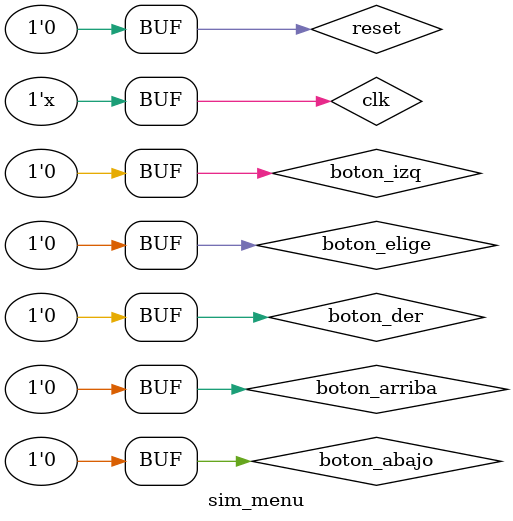
<source format=v>
`timescale 1ns / 1ps


module sim_menu;

	// Inputs
	reg clk;
	reg reset;
	reg boton_arriba;
	reg boton_abajo;
	reg boton_izq;
	reg boton_der;
	reg boton_elige;

	// Outputs
	wire text_red;
	wire text_green;
	wire text_blue;
	wire [9:0] char_scale;
	wire es_mayuscula;
	wire nuevo;
	wire guardar;
	wire cerrar;
	wire [2:0] where_fila;
	wire [2:0] where_columna;

	// Instantiate the Unit Under Test (UUT)
	Controlador_Menu_Editor uut (
		.clk(clk), 
		.reset(reset), 
		.boton_arriba(boton_arriba), 
		.boton_abajo(boton_abajo), 
		.boton_izq(boton_izq), 
		.boton_der(boton_der), 
		.boton_elige(boton_elige), 
		.text_red(text_red), 
		.text_green(text_green), 
		.text_blue(text_blue), 
		.char_scale(char_scale), 
		.es_mayuscula(es_mayuscula), 
		.nuevo(nuevo), 
		.guardar(guardar), 
		.cerrar(cerrar), 
		.where_fila(where_fila), 
		.where_columna(where_columna)
	);
	always 
		#10 clk = ~clk;

	initial begin
		// Initialize Inputs
		clk = 0;
		reset = 0;
		boton_arriba = 0;
		boton_abajo = 0;
		boton_izq = 0;
		boton_der = 0;
		boton_elige = 0;

		#10;
			boton_arriba = 0;
			boton_abajo = 0;
			boton_izq = 0;
			boton_der = 1;
			boton_elige = 0;
		
		#10;
			boton_arriba = 0;
			boton_abajo = 0;
			boton_izq = 0;
			boton_der = 0;
			boton_elige = 0;
		
		#10;
			boton_arriba = 0;
			boton_abajo = 0;
			boton_izq = 0;
			boton_der = 1;
			boton_elige = 0;
		
		#10;
			boton_arriba = 0;
			boton_abajo = 0;
			boton_izq = 0;
			boton_der = 0;
			boton_elige = 0;
		
		#10;
			boton_arriba = 0;
			boton_abajo = 0;
			boton_izq = 0;
			boton_der = 1;
			boton_elige = 0;
		
		#10;
			boton_arriba = 0;
			boton_abajo = 0;
			boton_izq = 0;
			boton_der = 0;
			boton_elige = 0;
		
		#10;
			boton_arriba = 0;
			boton_abajo = 1;
			boton_izq = 0;
			boton_der = 0;
			boton_elige = 0;
		
		#10;
			boton_arriba = 0;
			boton_abajo = 0;
			boton_izq = 0;
			boton_der = 0;
			boton_elige = 0;
		
		#10;
			boton_arriba = 0;
			boton_abajo = 1;
			boton_izq = 0;
			boton_der = 0;
			boton_elige = 0;
			
		#10;
			boton_arriba = 0;
			boton_abajo = 0;
			boton_izq = 0;
			boton_der = 0;
			boton_elige = 0;
		
		#10;
			boton_arriba = 0;
			boton_abajo = 1;
			boton_izq = 0;
			boton_der = 0;
			boton_elige = 0;
			
		#10;
			boton_arriba = 0;
			boton_abajo = 0;
			boton_izq = 0;
			boton_der = 0;
			boton_elige = 0;
		
		#10;
			boton_arriba = 0;
			boton_abajo = 0;
			boton_izq = 0;
			boton_der = 1;
			boton_elige = 0;
		
		#10;
			boton_arriba = 0;
			boton_abajo = 0;
			boton_izq = 0;
			boton_der = 0;
			boton_elige = 0;
		
		#10;
			boton_arriba = 0;
			boton_abajo = 1;
			boton_izq = 0;
			boton_der = 0;
			boton_elige = 0;
		
		#10;
			boton_arriba = 0;
			boton_abajo = 0;
			boton_izq = 0;
			boton_der = 0;
			boton_elige = 0;
		
		#10;
			boton_arriba = 1;
			boton_abajo = 0;
			boton_izq = 0;
			boton_der = 0;
			boton_elige = 0;
		
		#10;
			boton_arriba = 0;
			boton_abajo = 0;
			boton_izq = 0;
			boton_der = 0;
			boton_elige = 0;
		
		#10;
			boton_arriba = 0;
			boton_abajo = 1;
			boton_izq = 0;
			boton_der = 0;
			boton_elige = 0;
		
		#10;
			boton_arriba = 0;
			boton_abajo = 0;
			boton_izq = 0;
			boton_der = 0;
			boton_elige = 0;
		
		#10;
			boton_arriba = 0;
			boton_abajo = 1;
			boton_izq = 0;
			boton_der = 0;
			boton_elige = 0;
		
		#10;
			boton_arriba = 0;
			boton_abajo = 0;
			boton_izq = 0;
			boton_der = 0;
			boton_elige = 0;
		
		#10;
			boton_arriba = 0;
			boton_abajo = 1;
			boton_izq = 0;
			boton_der = 0;
			boton_elige = 0;
		
		#10;
			boton_arriba = 0;
			boton_abajo = 0;
			boton_izq = 0;
			boton_der = 0;
			boton_elige = 0;

	end
      
endmodule


</source>
